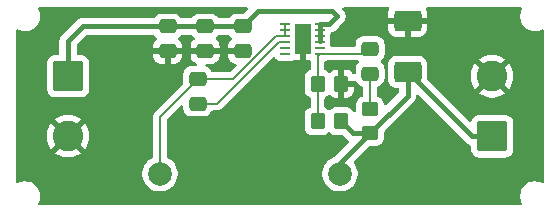
<source format=gbr>
%TF.GenerationSoftware,KiCad,Pcbnew,9.0.4*%
%TF.CreationDate,2025-09-10T23:34:52+05:30*%
%TF.ProjectId,LMR51450,4c4d5235-3134-4353-902e-6b696361645f,rev?*%
%TF.SameCoordinates,Original*%
%TF.FileFunction,Copper,L1,Top*%
%TF.FilePolarity,Positive*%
%FSLAX46Y46*%
G04 Gerber Fmt 4.6, Leading zero omitted, Abs format (unit mm)*
G04 Created by KiCad (PCBNEW 9.0.4) date 2025-09-10 23:34:52*
%MOMM*%
%LPD*%
G01*
G04 APERTURE LIST*
G04 Aperture macros list*
%AMRoundRect*
0 Rectangle with rounded corners*
0 $1 Rounding radius*
0 $2 $3 $4 $5 $6 $7 $8 $9 X,Y pos of 4 corners*
0 Add a 4 corners polygon primitive as box body*
4,1,4,$2,$3,$4,$5,$6,$7,$8,$9,$2,$3,0*
0 Add four circle primitives for the rounded corners*
1,1,$1+$1,$2,$3*
1,1,$1+$1,$4,$5*
1,1,$1+$1,$6,$7*
1,1,$1+$1,$8,$9*
0 Add four rect primitives between the rounded corners*
20,1,$1+$1,$2,$3,$4,$5,0*
20,1,$1+$1,$4,$5,$6,$7,0*
20,1,$1+$1,$6,$7,$8,$9,0*
20,1,$1+$1,$8,$9,$2,$3,0*%
G04 Aperture macros list end*
%TA.AperFunction,SMDPad,CuDef*%
%ADD10RoundRect,0.250000X-0.475000X0.337500X-0.475000X-0.337500X0.475000X-0.337500X0.475000X0.337500X0*%
%TD*%
%TA.AperFunction,SMDPad,CuDef*%
%ADD11RoundRect,0.250000X0.475000X-0.337500X0.475000X0.337500X-0.475000X0.337500X-0.475000X-0.337500X0*%
%TD*%
%TA.AperFunction,ComponentPad*%
%ADD12RoundRect,0.250000X-1.050000X1.050000X-1.050000X-1.050000X1.050000X-1.050000X1.050000X1.050000X0*%
%TD*%
%TA.AperFunction,ComponentPad*%
%ADD13C,2.600000*%
%TD*%
%TA.AperFunction,SMDPad,CuDef*%
%ADD14RoundRect,0.250000X-0.450000X0.350000X-0.450000X-0.350000X0.450000X-0.350000X0.450000X0.350000X0*%
%TD*%
%TA.AperFunction,SMDPad,CuDef*%
%ADD15RoundRect,0.250000X0.350000X0.450000X-0.350000X0.450000X-0.350000X-0.450000X0.350000X-0.450000X0*%
%TD*%
%TA.AperFunction,SMDPad,CuDef*%
%ADD16R,0.812800X0.254000*%
%TD*%
%TA.AperFunction,SMDPad,CuDef*%
%ADD17R,1.397000X2.590800*%
%TD*%
%TA.AperFunction,SMDPad,CuDef*%
%ADD18RoundRect,0.250000X-0.350000X-0.450000X0.350000X-0.450000X0.350000X0.450000X-0.350000X0.450000X0*%
%TD*%
%TA.AperFunction,ComponentPad*%
%ADD19RoundRect,0.250000X1.050000X-1.050000X1.050000X1.050000X-1.050000X1.050000X-1.050000X-1.050000X0*%
%TD*%
%TA.AperFunction,ComponentPad*%
%ADD20C,2.000000*%
%TD*%
%TA.AperFunction,SMDPad,CuDef*%
%ADD21RoundRect,0.250001X-0.899999X0.612499X-0.899999X-0.612499X0.899999X-0.612499X0.899999X0.612499X0*%
%TD*%
%TA.AperFunction,Conductor*%
%ADD22C,0.450000*%
%TD*%
%TA.AperFunction,Conductor*%
%ADD23C,0.150000*%
%TD*%
G04 APERTURE END LIST*
D10*
%TO.P,Cff1,1*%
%TO.N,Net-(U1-FB)*%
X184150000Y-75162500D03*
%TO.P,Cff1,2*%
%TO.N,Net-(Cff1-Pad2)*%
X184150000Y-77237500D03*
%TD*%
D11*
%TO.P,Cboot1,1*%
%TO.N,Net-(U1-BOOT)*%
X169545000Y-79777500D03*
%TO.P,Cboot1,2*%
%TO.N,Net-(Cboot1-Pad2)*%
X169545000Y-77702500D03*
%TD*%
%TO.P,C2,1*%
%TO.N,GND*%
X170180000Y-75332500D03*
%TO.P,C2,2*%
%TO.N,VCC*%
X170180000Y-73257500D03*
%TD*%
D12*
%TO.P,J1,1,Pin_1*%
%TO.N,VCC*%
X158577500Y-77465000D03*
D13*
%TO.P,J1,2,Pin_2*%
%TO.N,GND*%
X158577500Y-82545000D03*
%TD*%
D14*
%TO.P,Rff1,1*%
%TO.N,Net-(Cff1-Pad2)*%
X184150000Y-80280000D03*
%TO.P,Rff1,2*%
%TO.N,/Vout*%
X184150000Y-82280000D03*
%TD*%
D15*
%TO.P,RFDB1,1*%
%TO.N,GND*%
X181705000Y-78105000D03*
%TO.P,RFDB1,2*%
%TO.N,Net-(U1-FB)*%
X179705000Y-78105000D03*
%TD*%
D16*
%TO.P,U1,1,SW*%
%TO.N,Net-(Cboot1-Pad2)*%
X176987200Y-73044685D03*
%TO.P,U1,2,SW*%
X176987200Y-73544811D03*
%TO.P,U1,3,SW*%
X176987200Y-74044937D03*
%TO.P,U1,4,BOOT*%
%TO.N,Net-(U1-BOOT)*%
X176987200Y-74545063D03*
%TO.P,U1,5,PG*%
%TO.N,unconnected-(U1-PG-Pad5)*%
X176987200Y-75045189D03*
%TO.P,U1,6,RT*%
%TO.N,unconnected-(U1-RT-Pad6)*%
X176987200Y-75545315D03*
%TO.P,U1,7,FB*%
%TO.N,Net-(U1-FB)*%
X179882800Y-75545315D03*
%TO.P,U1,8,AGND*%
%TO.N,GND*%
X179882800Y-75045189D03*
%TO.P,U1,9,EN*%
%TO.N,VCC*%
X179882800Y-74545063D03*
%TO.P,U1,10,VIN*%
X179882800Y-74044937D03*
%TO.P,U1,11,VIN*%
X179882800Y-73544811D03*
%TO.P,U1,12,VIN*%
X179882800Y-73044685D03*
D17*
%TO.P,U1,13,PGND*%
%TO.N,GND*%
X178435000Y-74295000D03*
%TD*%
D18*
%TO.P,RFBT1,1*%
%TO.N,Net-(U1-FB)*%
X179705000Y-81280000D03*
%TO.P,RFBT1,2*%
%TO.N,/Vout*%
X181705000Y-81280000D03*
%TD*%
D19*
%TO.P,J2,1,Pin_1*%
%TO.N,/Vout*%
X194482500Y-82555000D03*
D13*
%TO.P,J2,2,Pin_2*%
%TO.N,GND*%
X194482500Y-77475000D03*
%TD*%
D11*
%TO.P,C1,1*%
%TO.N,GND*%
X167005000Y-75332500D03*
%TO.P,C1,2*%
%TO.N,VCC*%
X167005000Y-73257500D03*
%TD*%
D20*
%TO.P,Lout1,1,1*%
%TO.N,Net-(Cboot1-Pad2)*%
X166365000Y-85725000D03*
%TO.P,Lout1,2,2*%
%TO.N,/Vout*%
X181605000Y-85725000D03*
%TD*%
D21*
%TO.P,Cout1,1*%
%TO.N,GND*%
X187325000Y-72767500D03*
%TO.P,Cout1,2*%
%TO.N,/Vout*%
X187325000Y-77092500D03*
%TD*%
D11*
%TO.P,C3,1*%
%TO.N,GND*%
X173355000Y-75332500D03*
%TO.P,C3,2*%
%TO.N,VCC*%
X173355000Y-73257500D03*
%TD*%
D22*
%TO.N,VCC*%
X173355000Y-73257500D02*
X170180000Y-73257500D01*
X173355000Y-73257500D02*
X174679700Y-71932800D01*
X174679700Y-71932800D02*
X180898800Y-71932800D01*
X179882800Y-73544811D02*
X179882800Y-74492189D01*
X181356000Y-72390000D02*
X180701315Y-73044685D01*
X158577500Y-74492900D02*
X159812900Y-73257500D01*
X180701315Y-73044685D02*
X179882800Y-73044685D01*
X179882800Y-73044685D02*
X179882800Y-73544811D01*
X180898800Y-71932800D02*
X181356000Y-72390000D01*
X158577500Y-77465000D02*
X158577500Y-74492900D01*
X170180000Y-73257500D02*
X167005000Y-73257500D01*
X159812900Y-73257500D02*
X167005000Y-73257500D01*
D23*
%TO.N,Net-(U1-BOOT)*%
X171169489Y-79777500D02*
X176401926Y-74545063D01*
X169545000Y-79777500D02*
X171169489Y-79777500D01*
X176401926Y-74545063D02*
X176987200Y-74545063D01*
%TO.N,Net-(Cboot1-Pad2)*%
X172548304Y-77702500D02*
X176205867Y-74044937D01*
X176987200Y-73544811D02*
X176987200Y-73044685D01*
X166365000Y-80882500D02*
X169545000Y-77702500D01*
X176205867Y-74044937D02*
X176987200Y-74044937D01*
X166365000Y-85725000D02*
X166365000Y-80882500D01*
X176987200Y-74044937D02*
X176987200Y-73544811D01*
X169545000Y-77702500D02*
X172548304Y-77702500D01*
%TO.N,Net-(U1-FB)*%
X179705000Y-81280000D02*
X179705000Y-78105000D01*
X183767185Y-75545315D02*
X179882800Y-75545315D01*
X184150000Y-75162500D02*
X183767185Y-75545315D01*
X179705000Y-75723115D02*
X179882800Y-75545315D01*
X179705000Y-78105000D02*
X179705000Y-75723115D01*
%TO.N,Net-(Cff1-Pad2)*%
X184150000Y-77237500D02*
X184150000Y-80280000D01*
D22*
%TO.N,/Vout*%
X182705000Y-82280000D02*
X181705000Y-81280000D01*
X181605000Y-84825000D02*
X184150000Y-82280000D01*
X181605000Y-85725000D02*
X181605000Y-84825000D01*
X184150000Y-82280000D02*
X187325000Y-79105000D01*
X187325000Y-79105000D02*
X187325000Y-77092500D01*
X184150000Y-82280000D02*
X182705000Y-82280000D01*
X194482500Y-82555000D02*
X192787500Y-82555000D01*
X192787500Y-82555000D02*
X187325000Y-77092500D01*
%TD*%
%TA.AperFunction,Conductor*%
%TO.N,GND*%
G36*
X173726165Y-71647685D02*
G01*
X173771920Y-71700489D01*
X173781864Y-71769647D01*
X173752839Y-71833203D01*
X173746807Y-71839681D01*
X173453306Y-72133181D01*
X173391983Y-72166666D01*
X173365625Y-72169500D01*
X172829998Y-72169500D01*
X172829980Y-72169501D01*
X172727203Y-72180000D01*
X172727200Y-72180001D01*
X172560668Y-72235185D01*
X172560663Y-72235187D01*
X172411342Y-72327289D01*
X172287288Y-72451343D01*
X172287285Y-72451347D01*
X172273870Y-72473097D01*
X172221922Y-72519822D01*
X172168332Y-72532000D01*
X171366668Y-72532000D01*
X171299629Y-72512315D01*
X171261130Y-72473097D01*
X171247714Y-72451347D01*
X171247711Y-72451343D01*
X171123657Y-72327289D01*
X171123656Y-72327288D01*
X171020034Y-72263374D01*
X170974336Y-72235187D01*
X170974331Y-72235185D01*
X170972862Y-72234698D01*
X170807797Y-72180001D01*
X170807795Y-72180000D01*
X170705010Y-72169500D01*
X169654998Y-72169500D01*
X169654980Y-72169501D01*
X169552203Y-72180000D01*
X169552200Y-72180001D01*
X169385668Y-72235185D01*
X169385663Y-72235187D01*
X169236342Y-72327289D01*
X169112288Y-72451343D01*
X169112285Y-72451347D01*
X169098870Y-72473097D01*
X169046922Y-72519822D01*
X168993332Y-72532000D01*
X168191668Y-72532000D01*
X168124629Y-72512315D01*
X168086130Y-72473097D01*
X168072714Y-72451347D01*
X168072711Y-72451343D01*
X167948657Y-72327289D01*
X167948656Y-72327288D01*
X167845034Y-72263374D01*
X167799336Y-72235187D01*
X167799331Y-72235185D01*
X167797862Y-72234698D01*
X167632797Y-72180001D01*
X167632795Y-72180000D01*
X167530010Y-72169500D01*
X166479998Y-72169500D01*
X166479980Y-72169501D01*
X166377203Y-72180000D01*
X166377200Y-72180001D01*
X166210668Y-72235185D01*
X166210663Y-72235187D01*
X166061342Y-72327289D01*
X165937288Y-72451343D01*
X165937285Y-72451347D01*
X165923870Y-72473097D01*
X165871922Y-72519822D01*
X165818332Y-72532000D01*
X159741443Y-72532000D01*
X159601285Y-72559879D01*
X159601279Y-72559881D01*
X159469248Y-72614570D01*
X159350417Y-72693969D01*
X158013967Y-74030419D01*
X157953904Y-74120312D01*
X157934571Y-74149245D01*
X157879881Y-74281279D01*
X157879879Y-74281285D01*
X157852000Y-74421442D01*
X157852000Y-75540500D01*
X157832315Y-75607539D01*
X157779511Y-75653294D01*
X157728000Y-75664500D01*
X157477499Y-75664500D01*
X157477480Y-75664501D01*
X157374703Y-75675000D01*
X157374700Y-75675001D01*
X157208168Y-75730185D01*
X157208163Y-75730187D01*
X157058842Y-75822289D01*
X156934789Y-75946342D01*
X156842687Y-76095663D01*
X156842685Y-76095668D01*
X156827829Y-76140500D01*
X156787501Y-76262203D01*
X156787501Y-76262204D01*
X156787500Y-76262204D01*
X156777000Y-76364983D01*
X156777000Y-78565001D01*
X156777001Y-78565018D01*
X156787500Y-78667796D01*
X156787501Y-78667799D01*
X156842685Y-78834331D01*
X156842687Y-78834336D01*
X156867356Y-78874331D01*
X156934788Y-78983656D01*
X157058844Y-79107712D01*
X157208166Y-79199814D01*
X157374703Y-79254999D01*
X157477491Y-79265500D01*
X159677508Y-79265499D01*
X159780297Y-79254999D01*
X159946834Y-79199814D01*
X160096156Y-79107712D01*
X160220212Y-78983656D01*
X160312314Y-78834334D01*
X160367499Y-78667797D01*
X160378000Y-78565009D01*
X160377999Y-76364992D01*
X160372104Y-76307288D01*
X160367499Y-76262203D01*
X160367498Y-76262200D01*
X160351919Y-76215186D01*
X160312314Y-76095666D01*
X160220212Y-75946344D01*
X160096156Y-75822288D01*
X159946834Y-75730186D01*
X159916052Y-75719986D01*
X165780001Y-75719986D01*
X165790494Y-75822697D01*
X165845641Y-75989119D01*
X165845643Y-75989124D01*
X165937684Y-76138345D01*
X166061654Y-76262315D01*
X166210875Y-76354356D01*
X166210880Y-76354358D01*
X166377302Y-76409505D01*
X166377309Y-76409506D01*
X166480019Y-76419999D01*
X166754999Y-76419999D01*
X167255000Y-76419999D01*
X167529972Y-76419999D01*
X167529986Y-76419998D01*
X167632697Y-76409505D01*
X167799119Y-76354358D01*
X167799124Y-76354356D01*
X167948345Y-76262315D01*
X168072315Y-76138345D01*
X168164356Y-75989124D01*
X168164358Y-75989119D01*
X168219505Y-75822697D01*
X168219506Y-75822690D01*
X168229999Y-75719986D01*
X168230000Y-75719973D01*
X168230000Y-75582500D01*
X167255000Y-75582500D01*
X167255000Y-76419999D01*
X166754999Y-76419999D01*
X166755000Y-76419998D01*
X166755000Y-75582500D01*
X165780001Y-75582500D01*
X165780001Y-75719986D01*
X159916052Y-75719986D01*
X159780297Y-75675001D01*
X159780295Y-75675000D01*
X159677516Y-75664500D01*
X159677509Y-75664500D01*
X159427000Y-75664500D01*
X159418314Y-75661949D01*
X159409353Y-75663238D01*
X159385312Y-75652259D01*
X159359961Y-75644815D01*
X159354033Y-75637974D01*
X159345797Y-75634213D01*
X159331507Y-75611978D01*
X159314206Y-75592011D01*
X159311918Y-75581496D01*
X159308023Y-75575435D01*
X159303000Y-75540500D01*
X159303000Y-74844774D01*
X159322685Y-74777735D01*
X159339319Y-74757093D01*
X160077093Y-74019319D01*
X160138416Y-73985834D01*
X160164774Y-73983000D01*
X165818332Y-73983000D01*
X165885371Y-74002685D01*
X165923870Y-74041903D01*
X165937285Y-74063652D01*
X165937288Y-74063656D01*
X166061344Y-74187712D01*
X166064628Y-74189737D01*
X166064653Y-74189753D01*
X166066445Y-74191746D01*
X166067011Y-74192193D01*
X166066934Y-74192289D01*
X166111379Y-74241699D01*
X166122603Y-74310661D01*
X166094761Y-74374744D01*
X166064665Y-74400826D01*
X166061660Y-74402679D01*
X166061655Y-74402683D01*
X165937684Y-74526654D01*
X165845643Y-74675875D01*
X165845641Y-74675880D01*
X165790494Y-74842302D01*
X165790493Y-74842309D01*
X165780000Y-74945013D01*
X165780000Y-75082500D01*
X168229999Y-75082500D01*
X168229999Y-74945028D01*
X168229998Y-74945013D01*
X168219505Y-74842302D01*
X168164358Y-74675880D01*
X168164356Y-74675875D01*
X168072315Y-74526654D01*
X167948344Y-74402683D01*
X167948341Y-74402681D01*
X167945339Y-74400829D01*
X167943713Y-74399021D01*
X167942677Y-74398202D01*
X167942817Y-74398024D01*
X167898617Y-74348880D01*
X167887397Y-74279917D01*
X167915243Y-74215836D01*
X167945344Y-74189754D01*
X167948656Y-74187712D01*
X168072712Y-74063656D01*
X168078337Y-74054534D01*
X168086130Y-74041903D01*
X168138078Y-73995178D01*
X168191668Y-73983000D01*
X168993332Y-73983000D01*
X169060371Y-74002685D01*
X169098870Y-74041903D01*
X169112285Y-74063652D01*
X169112288Y-74063656D01*
X169236344Y-74187712D01*
X169239628Y-74189737D01*
X169239653Y-74189753D01*
X169241445Y-74191746D01*
X169242011Y-74192193D01*
X169241934Y-74192289D01*
X169286379Y-74241699D01*
X169297603Y-74310661D01*
X169269761Y-74374744D01*
X169239665Y-74400826D01*
X169236660Y-74402679D01*
X169236655Y-74402683D01*
X169112684Y-74526654D01*
X169020643Y-74675875D01*
X169020641Y-74675880D01*
X168965494Y-74842302D01*
X168965493Y-74842309D01*
X168955000Y-74945013D01*
X168955000Y-75082500D01*
X171404999Y-75082500D01*
X171404999Y-74945028D01*
X171404998Y-74945013D01*
X171394505Y-74842302D01*
X171339358Y-74675880D01*
X171339356Y-74675875D01*
X171247315Y-74526654D01*
X171123344Y-74402683D01*
X171123341Y-74402681D01*
X171120339Y-74400829D01*
X171118713Y-74399021D01*
X171117677Y-74398202D01*
X171117817Y-74398024D01*
X171073617Y-74348880D01*
X171062397Y-74279917D01*
X171090243Y-74215836D01*
X171120344Y-74189754D01*
X171123656Y-74187712D01*
X171247712Y-74063656D01*
X171253337Y-74054534D01*
X171261130Y-74041903D01*
X171313078Y-73995178D01*
X171366668Y-73983000D01*
X172168332Y-73983000D01*
X172235371Y-74002685D01*
X172273870Y-74041903D01*
X172287285Y-74063652D01*
X172287288Y-74063656D01*
X172411344Y-74187712D01*
X172414628Y-74189737D01*
X172414653Y-74189753D01*
X172416445Y-74191746D01*
X172417011Y-74192193D01*
X172416934Y-74192289D01*
X172461379Y-74241699D01*
X172472603Y-74310661D01*
X172444761Y-74374744D01*
X172414665Y-74400826D01*
X172411660Y-74402679D01*
X172411655Y-74402683D01*
X172287684Y-74526654D01*
X172195643Y-74675875D01*
X172195641Y-74675880D01*
X172140494Y-74842302D01*
X172140493Y-74842309D01*
X172130000Y-74945013D01*
X172130000Y-75082500D01*
X173231000Y-75082500D01*
X173298039Y-75102185D01*
X173343794Y-75154989D01*
X173355000Y-75206500D01*
X173355000Y-75458500D01*
X173335315Y-75525539D01*
X173282511Y-75571294D01*
X173231000Y-75582500D01*
X172130001Y-75582500D01*
X172130001Y-75719986D01*
X172140494Y-75822697D01*
X172195641Y-75989119D01*
X172195643Y-75989124D01*
X172287684Y-76138345D01*
X172411654Y-76262315D01*
X172560875Y-76354356D01*
X172560880Y-76354358D01*
X172727302Y-76409505D01*
X172727310Y-76409506D01*
X172740000Y-76410803D01*
X172804692Y-76437198D01*
X172844844Y-76494378D01*
X172847708Y-76564189D01*
X172815080Y-76621842D01*
X172346243Y-77090681D01*
X172284920Y-77124166D01*
X172258562Y-77127000D01*
X170821307Y-77127000D01*
X170754268Y-77107315D01*
X170708513Y-77054511D01*
X170706238Y-77048718D01*
X170704817Y-77045671D01*
X170704812Y-77045663D01*
X170612712Y-76896344D01*
X170488656Y-76772288D01*
X170339334Y-76680186D01*
X170283559Y-76661704D01*
X170226116Y-76621932D01*
X170199293Y-76557416D01*
X170211608Y-76488641D01*
X170259151Y-76437441D01*
X170322565Y-76419999D01*
X170704971Y-76419999D01*
X170704987Y-76419998D01*
X170807697Y-76409505D01*
X170974119Y-76354358D01*
X170974124Y-76354356D01*
X171123345Y-76262315D01*
X171247315Y-76138345D01*
X171339356Y-75989124D01*
X171339358Y-75989119D01*
X171394505Y-75822697D01*
X171394506Y-75822690D01*
X171404999Y-75719986D01*
X171405000Y-75719973D01*
X171405000Y-75582500D01*
X168955001Y-75582500D01*
X168955001Y-75719986D01*
X168965494Y-75822697D01*
X169020641Y-75989119D01*
X169020643Y-75989124D01*
X169112684Y-76138345D01*
X169236654Y-76262315D01*
X169385875Y-76354356D01*
X169385882Y-76354359D01*
X169441516Y-76372794D01*
X169498961Y-76412566D01*
X169525785Y-76477082D01*
X169513470Y-76545857D01*
X169465928Y-76597058D01*
X169402513Y-76614500D01*
X169019998Y-76614500D01*
X169019980Y-76614501D01*
X168917203Y-76625000D01*
X168917200Y-76625001D01*
X168750668Y-76680185D01*
X168750663Y-76680187D01*
X168601342Y-76772289D01*
X168477289Y-76896342D01*
X168385187Y-77045663D01*
X168385185Y-77045668D01*
X168360075Y-77121446D01*
X168330001Y-77212203D01*
X168330001Y-77212204D01*
X168330000Y-77212204D01*
X168319500Y-77314983D01*
X168319500Y-78062756D01*
X168299815Y-78129795D01*
X168283181Y-78150437D01*
X166011635Y-80421985D01*
X165904487Y-80529132D01*
X165904485Y-80529135D01*
X165828719Y-80660363D01*
X165789500Y-80806734D01*
X165789500Y-84258193D01*
X165769815Y-84325232D01*
X165721795Y-84368678D01*
X165578566Y-84441657D01*
X165469550Y-84520862D01*
X165387490Y-84580483D01*
X165387488Y-84580485D01*
X165387487Y-84580485D01*
X165220485Y-84747487D01*
X165220485Y-84747488D01*
X165220483Y-84747490D01*
X165160862Y-84829550D01*
X165081657Y-84938566D01*
X164974433Y-85149003D01*
X164901446Y-85373631D01*
X164864500Y-85606902D01*
X164864500Y-85843097D01*
X164901446Y-86076368D01*
X164974433Y-86300996D01*
X165055448Y-86459995D01*
X165081657Y-86511433D01*
X165220483Y-86702510D01*
X165387490Y-86869517D01*
X165578567Y-87008343D01*
X165677991Y-87059002D01*
X165789003Y-87115566D01*
X165789005Y-87115566D01*
X165789008Y-87115568D01*
X165880720Y-87145367D01*
X166013631Y-87188553D01*
X166246903Y-87225500D01*
X166246908Y-87225500D01*
X166483097Y-87225500D01*
X166716368Y-87188553D01*
X166940992Y-87115568D01*
X167151433Y-87008343D01*
X167342510Y-86869517D01*
X167509517Y-86702510D01*
X167648343Y-86511433D01*
X167755568Y-86300992D01*
X167828553Y-86076368D01*
X167865500Y-85843097D01*
X167865500Y-85606902D01*
X167828553Y-85373631D01*
X167755566Y-85149003D01*
X167648342Y-84938566D01*
X167509517Y-84747490D01*
X167342510Y-84580483D01*
X167151433Y-84441657D01*
X167008205Y-84368678D01*
X166957409Y-84320703D01*
X166940500Y-84258193D01*
X166940500Y-81172241D01*
X166960185Y-81105202D01*
X166976814Y-81084565D01*
X168107821Y-79953557D01*
X168169142Y-79920074D01*
X168238834Y-79925058D01*
X168294767Y-79966930D01*
X168319184Y-80032394D01*
X168319500Y-80041239D01*
X168319500Y-80165000D01*
X168319501Y-80165019D01*
X168330000Y-80267796D01*
X168330001Y-80267799D01*
X168385185Y-80434331D01*
X168385187Y-80434336D01*
X168412415Y-80478479D01*
X168477288Y-80583656D01*
X168601344Y-80707712D01*
X168750666Y-80799814D01*
X168917203Y-80854999D01*
X169019991Y-80865500D01*
X170070008Y-80865499D01*
X170070016Y-80865498D01*
X170070019Y-80865498D01*
X170126302Y-80859748D01*
X170172797Y-80854999D01*
X170339334Y-80799814D01*
X170488656Y-80707712D01*
X170612712Y-80583656D01*
X170704814Y-80434334D01*
X170704814Y-80434331D01*
X170704817Y-80434328D01*
X170707869Y-80427784D01*
X170709987Y-80428771D01*
X170743372Y-80380552D01*
X170807887Y-80353728D01*
X170821307Y-80353000D01*
X171245253Y-80353000D01*
X171245255Y-80353000D01*
X171391624Y-80313781D01*
X171522854Y-80238015D01*
X175921578Y-75839289D01*
X175982899Y-75805806D01*
X176052591Y-75810790D01*
X176108524Y-75852662D01*
X176125439Y-75883640D01*
X176137001Y-75914641D01*
X176137006Y-75914650D01*
X176223252Y-76029859D01*
X176223255Y-76029862D01*
X176338464Y-76116108D01*
X176338471Y-76116112D01*
X176473317Y-76166406D01*
X176473316Y-76166406D01*
X176480244Y-76167150D01*
X176532927Y-76172815D01*
X177441472Y-76172814D01*
X177501083Y-76166406D01*
X177635931Y-76116111D01*
X177636771Y-76115482D01*
X177637238Y-76115133D01*
X177638764Y-76114563D01*
X177643722Y-76111857D01*
X177644111Y-76112569D01*
X177702702Y-76090716D01*
X177711549Y-76090400D01*
X178185000Y-76090400D01*
X178185000Y-74419000D01*
X178204685Y-74351961D01*
X178257489Y-74306206D01*
X178309000Y-74295000D01*
X178561000Y-74295000D01*
X178628039Y-74314685D01*
X178673794Y-74367489D01*
X178685000Y-74419000D01*
X178685000Y-76090400D01*
X179005500Y-76090400D01*
X179072539Y-76110085D01*
X179118294Y-76162889D01*
X179129500Y-76214400D01*
X179129500Y-76849551D01*
X179109815Y-76916590D01*
X179057011Y-76962345D01*
X179044507Y-76967256D01*
X179035667Y-76970185D01*
X178886342Y-77062289D01*
X178762289Y-77186342D01*
X178670187Y-77335663D01*
X178670186Y-77335666D01*
X178615001Y-77502203D01*
X178615001Y-77502204D01*
X178615000Y-77502204D01*
X178604500Y-77604983D01*
X178604500Y-78605001D01*
X178604501Y-78605019D01*
X178615000Y-78707796D01*
X178615001Y-78707799D01*
X178670185Y-78874331D01*
X178670187Y-78874336D01*
X178705069Y-78930888D01*
X178762288Y-79023656D01*
X178886344Y-79147712D01*
X179035666Y-79239814D01*
X179044498Y-79242740D01*
X179101944Y-79282508D01*
X179128771Y-79347022D01*
X179129500Y-79360448D01*
X179129500Y-80024551D01*
X179109815Y-80091590D01*
X179057011Y-80137345D01*
X179044507Y-80142256D01*
X179035667Y-80145185D01*
X178886342Y-80237289D01*
X178762289Y-80361342D01*
X178670187Y-80510663D01*
X178670186Y-80510666D01*
X178615001Y-80677203D01*
X178615001Y-80677204D01*
X178615000Y-80677204D01*
X178604500Y-80779983D01*
X178604500Y-81780001D01*
X178604501Y-81780019D01*
X178615000Y-81882796D01*
X178615001Y-81882799D01*
X178667130Y-82040112D01*
X178670186Y-82049334D01*
X178762288Y-82198656D01*
X178886344Y-82322712D01*
X179035666Y-82414814D01*
X179202203Y-82469999D01*
X179304991Y-82480500D01*
X180105008Y-82480499D01*
X180105016Y-82480498D01*
X180105019Y-82480498D01*
X180161302Y-82474748D01*
X180207797Y-82469999D01*
X180374334Y-82414814D01*
X180523656Y-82322712D01*
X180617319Y-82229049D01*
X180678642Y-82195564D01*
X180748334Y-82200548D01*
X180792681Y-82229049D01*
X180886344Y-82322712D01*
X181035666Y-82414814D01*
X181202203Y-82469999D01*
X181304991Y-82480500D01*
X181828124Y-82480499D01*
X181895163Y-82500183D01*
X181915805Y-82516818D01*
X182242516Y-82843529D01*
X182242519Y-82843531D01*
X182242521Y-82843533D01*
X182307478Y-82886935D01*
X182352283Y-82940546D01*
X182360990Y-83009871D01*
X182330836Y-83072899D01*
X182326268Y-83077718D01*
X181110121Y-84293865D01*
X181060760Y-84324114D01*
X181029015Y-84334429D01*
X181029014Y-84334429D01*
X180818566Y-84441657D01*
X180709550Y-84520862D01*
X180627490Y-84580483D01*
X180627488Y-84580485D01*
X180627487Y-84580485D01*
X180460485Y-84747487D01*
X180460485Y-84747488D01*
X180460483Y-84747490D01*
X180400862Y-84829550D01*
X180321657Y-84938566D01*
X180214433Y-85149003D01*
X180141446Y-85373631D01*
X180104500Y-85606902D01*
X180104500Y-85843097D01*
X180141446Y-86076368D01*
X180214433Y-86300996D01*
X180295448Y-86459995D01*
X180321657Y-86511433D01*
X180460483Y-86702510D01*
X180627490Y-86869517D01*
X180818567Y-87008343D01*
X180917991Y-87059002D01*
X181029003Y-87115566D01*
X181029005Y-87115566D01*
X181029008Y-87115568D01*
X181120720Y-87145367D01*
X181253631Y-87188553D01*
X181486903Y-87225500D01*
X181486908Y-87225500D01*
X181723097Y-87225500D01*
X181956368Y-87188553D01*
X182180992Y-87115568D01*
X182391433Y-87008343D01*
X182582510Y-86869517D01*
X182749517Y-86702510D01*
X182888343Y-86511433D01*
X182995568Y-86300992D01*
X183068553Y-86076368D01*
X183105500Y-85843097D01*
X183105500Y-85606902D01*
X183068553Y-85373631D01*
X182995566Y-85149003D01*
X182888342Y-84938566D01*
X182794514Y-84809423D01*
X182771035Y-84743619D01*
X182786860Y-84675565D01*
X182807148Y-84648862D01*
X184039193Y-83416818D01*
X184100516Y-83383333D01*
X184126874Y-83380499D01*
X184650002Y-83380499D01*
X184650008Y-83380499D01*
X184752797Y-83369999D01*
X184919334Y-83314814D01*
X185068656Y-83222712D01*
X185192712Y-83098656D01*
X185284814Y-82949334D01*
X185339999Y-82782797D01*
X185350500Y-82680009D01*
X185350499Y-82156872D01*
X185370183Y-82089834D01*
X185386813Y-82069197D01*
X187888532Y-79567480D01*
X187967929Y-79448653D01*
X188022619Y-79316620D01*
X188028470Y-79287203D01*
X188050500Y-79176455D01*
X188050500Y-79134415D01*
X188051789Y-79125544D01*
X188062765Y-79101603D01*
X188070185Y-79076335D01*
X188077095Y-79070346D01*
X188080908Y-79062032D01*
X188103087Y-79047824D01*
X188122989Y-79030580D01*
X188132041Y-79029278D01*
X188139743Y-79024345D01*
X188166079Y-79024384D01*
X188192147Y-79020636D01*
X188200466Y-79024435D01*
X188209612Y-79024449D01*
X188231745Y-79038720D01*
X188255703Y-79049661D01*
X188262181Y-79055693D01*
X192325015Y-83118528D01*
X192325022Y-83118534D01*
X192443844Y-83197928D01*
X192482516Y-83213946D01*
X192575880Y-83252619D01*
X192582185Y-83253873D01*
X192644096Y-83286253D01*
X192678675Y-83346966D01*
X192682000Y-83375491D01*
X192682000Y-83655000D01*
X192682001Y-83655019D01*
X192692500Y-83757796D01*
X192692501Y-83757799D01*
X192747685Y-83924331D01*
X192747686Y-83924334D01*
X192839788Y-84073656D01*
X192963844Y-84197712D01*
X193113166Y-84289814D01*
X193279703Y-84344999D01*
X193382491Y-84355500D01*
X195582508Y-84355499D01*
X195685297Y-84344999D01*
X195851834Y-84289814D01*
X196001156Y-84197712D01*
X196125212Y-84073656D01*
X196217314Y-83924334D01*
X196272499Y-83757797D01*
X196283000Y-83655009D01*
X196282999Y-81454992D01*
X196272499Y-81352203D01*
X196217314Y-81185666D01*
X196125212Y-81036344D01*
X196001156Y-80912288D01*
X195851834Y-80820186D01*
X195685297Y-80765001D01*
X195685295Y-80765000D01*
X195582510Y-80754500D01*
X193382498Y-80754500D01*
X193382481Y-80754501D01*
X193279703Y-80765000D01*
X193279700Y-80765001D01*
X193113168Y-80820185D01*
X193113163Y-80820187D01*
X192963842Y-80912289D01*
X192839789Y-81036342D01*
X192747687Y-81185663D01*
X192747685Y-81185668D01*
X192735380Y-81222804D01*
X192695607Y-81280249D01*
X192631091Y-81307072D01*
X192562315Y-81294757D01*
X192529993Y-81271481D01*
X189011819Y-77753307D01*
X188978334Y-77691984D01*
X188975500Y-77665626D01*
X188975500Y-77357014D01*
X192682500Y-77357014D01*
X192682500Y-77592985D01*
X192713299Y-77826914D01*
X192774370Y-78054837D01*
X192864660Y-78272819D01*
X192864665Y-78272828D01*
X192982644Y-78477171D01*
X192982645Y-78477172D01*
X193045221Y-78558723D01*
X193881458Y-77722487D01*
X193906478Y-77782890D01*
X193977612Y-77889351D01*
X194068149Y-77979888D01*
X194174610Y-78051022D01*
X194235011Y-78076041D01*
X193398775Y-78912277D01*
X193480327Y-78974854D01*
X193480328Y-78974855D01*
X193684671Y-79092834D01*
X193684680Y-79092839D01*
X193902663Y-79183129D01*
X193902661Y-79183129D01*
X194130585Y-79244200D01*
X194364514Y-79274999D01*
X194364529Y-79275000D01*
X194600471Y-79275000D01*
X194600485Y-79274999D01*
X194834414Y-79244200D01*
X195062337Y-79183129D01*
X195280319Y-79092839D01*
X195280328Y-79092834D01*
X195484681Y-78974850D01*
X195566223Y-78912279D01*
X195566223Y-78912276D01*
X194729987Y-78076041D01*
X194790390Y-78051022D01*
X194896851Y-77979888D01*
X194987388Y-77889351D01*
X195058522Y-77782890D01*
X195083541Y-77722488D01*
X195919776Y-78558723D01*
X195919779Y-78558723D01*
X195982350Y-78477181D01*
X196100334Y-78272828D01*
X196100339Y-78272819D01*
X196190629Y-78054837D01*
X196251700Y-77826914D01*
X196282499Y-77592985D01*
X196282500Y-77592971D01*
X196282500Y-77357028D01*
X196282499Y-77357014D01*
X196251700Y-77123085D01*
X196190629Y-76895162D01*
X196100339Y-76677180D01*
X196100334Y-76677171D01*
X195982355Y-76472828D01*
X195982354Y-76472827D01*
X195919777Y-76391275D01*
X195083541Y-77227511D01*
X195058522Y-77167110D01*
X194987388Y-77060649D01*
X194896851Y-76970112D01*
X194790390Y-76898978D01*
X194729988Y-76873958D01*
X195566223Y-76037721D01*
X195484672Y-75975145D01*
X195484671Y-75975144D01*
X195280328Y-75857165D01*
X195280319Y-75857160D01*
X195062336Y-75766870D01*
X195062338Y-75766870D01*
X194834414Y-75705799D01*
X194600485Y-75675000D01*
X194364514Y-75675000D01*
X194130585Y-75705799D01*
X193902662Y-75766870D01*
X193684680Y-75857160D01*
X193684671Y-75857165D01*
X193480328Y-75975144D01*
X193480318Y-75975150D01*
X193398775Y-76037720D01*
X193398775Y-76037721D01*
X194235012Y-76873958D01*
X194174610Y-76898978D01*
X194068149Y-76970112D01*
X193977612Y-77060649D01*
X193906478Y-77167110D01*
X193881458Y-77227511D01*
X193045221Y-76391275D01*
X193045220Y-76391275D01*
X192982650Y-76472818D01*
X192982644Y-76472828D01*
X192864665Y-76677171D01*
X192864660Y-76677180D01*
X192774370Y-76895162D01*
X192713299Y-77123085D01*
X192682500Y-77357014D01*
X188975500Y-77357014D01*
X188975500Y-76429997D01*
X188975499Y-76429984D01*
X188973539Y-76410803D01*
X188964999Y-76327203D01*
X188909814Y-76160666D01*
X188833980Y-76037721D01*
X188817713Y-76011348D01*
X188817710Y-76011344D01*
X188693655Y-75887289D01*
X188693651Y-75887286D01*
X188544337Y-75795187D01*
X188544335Y-75795186D01*
X188458882Y-75766870D01*
X188377797Y-75740001D01*
X188377795Y-75740000D01*
X188275015Y-75729500D01*
X188275008Y-75729500D01*
X186374992Y-75729500D01*
X186374984Y-75729500D01*
X186272204Y-75740000D01*
X186272203Y-75740001D01*
X186105664Y-75795186D01*
X186105662Y-75795187D01*
X185956348Y-75887286D01*
X185956344Y-75887289D01*
X185832289Y-76011344D01*
X185832286Y-76011348D01*
X185740187Y-76160662D01*
X185740186Y-76160664D01*
X185685001Y-76327203D01*
X185685000Y-76327204D01*
X185674500Y-76429984D01*
X185674500Y-77755015D01*
X185685000Y-77857795D01*
X185685001Y-77857797D01*
X185695457Y-77889351D01*
X185740186Y-78024335D01*
X185740187Y-78024337D01*
X185832286Y-78173651D01*
X185832289Y-78173655D01*
X185956344Y-78297710D01*
X185956348Y-78297713D01*
X186105662Y-78389812D01*
X186105664Y-78389813D01*
X186105666Y-78389814D01*
X186272203Y-78444999D01*
X186374992Y-78455500D01*
X186475500Y-78455500D01*
X186484185Y-78458050D01*
X186493147Y-78456762D01*
X186517187Y-78467740D01*
X186542539Y-78475185D01*
X186548466Y-78482025D01*
X186556703Y-78485787D01*
X186570992Y-78508021D01*
X186588294Y-78527989D01*
X186590581Y-78538503D01*
X186594477Y-78544565D01*
X186599500Y-78579500D01*
X186599500Y-78753125D01*
X186579815Y-78820164D01*
X186563181Y-78840806D01*
X185551099Y-79852887D01*
X185489776Y-79886372D01*
X185420084Y-79881388D01*
X185364151Y-79839516D01*
X185342333Y-79783622D01*
X185341415Y-79783819D01*
X185340207Y-79778175D01*
X185340059Y-79777797D01*
X185339999Y-79777203D01*
X185284814Y-79610666D01*
X185192712Y-79461344D01*
X185068656Y-79337288D01*
X184975888Y-79280069D01*
X184919336Y-79245187D01*
X184919335Y-79245186D01*
X184919334Y-79245186D01*
X184858301Y-79224961D01*
X184810495Y-79209120D01*
X184753050Y-79169347D01*
X184726228Y-79104831D01*
X184725500Y-79091414D01*
X184725500Y-78421869D01*
X184745185Y-78354830D01*
X184797989Y-78309075D01*
X184810486Y-78304166D01*
X184944334Y-78259814D01*
X185093656Y-78167712D01*
X185217712Y-78043656D01*
X185309814Y-77894334D01*
X185364999Y-77727797D01*
X185375500Y-77625009D01*
X185375499Y-76849992D01*
X185367561Y-76772288D01*
X185364999Y-76747203D01*
X185364998Y-76747200D01*
X185342792Y-76680187D01*
X185309814Y-76580666D01*
X185217712Y-76431344D01*
X185093656Y-76307288D01*
X185090819Y-76305538D01*
X185089283Y-76303830D01*
X185087989Y-76302807D01*
X185088163Y-76302585D01*
X185044096Y-76253594D01*
X185032872Y-76184632D01*
X185060713Y-76120549D01*
X185090817Y-76094462D01*
X185093656Y-76092712D01*
X185217712Y-75968656D01*
X185309814Y-75819334D01*
X185364999Y-75652797D01*
X185375500Y-75550009D01*
X185375499Y-74774992D01*
X185364999Y-74672203D01*
X185309814Y-74505666D01*
X185217712Y-74356344D01*
X185093656Y-74232288D01*
X185000888Y-74175069D01*
X184944336Y-74140187D01*
X184944331Y-74140185D01*
X184942862Y-74139698D01*
X184777797Y-74085001D01*
X184777795Y-74085000D01*
X184675010Y-74074500D01*
X183624998Y-74074500D01*
X183624980Y-74074501D01*
X183522203Y-74085000D01*
X183522200Y-74085001D01*
X183355668Y-74140185D01*
X183355663Y-74140187D01*
X183206342Y-74232289D01*
X183082289Y-74356342D01*
X182990187Y-74505663D01*
X182990186Y-74505666D01*
X182935001Y-74672203D01*
X182935001Y-74672204D01*
X182935000Y-74672204D01*
X182924500Y-74774983D01*
X182924500Y-74845815D01*
X182904815Y-74912854D01*
X182852011Y-74958609D01*
X182800500Y-74969815D01*
X180911276Y-74969815D01*
X180909074Y-74969168D01*
X180906852Y-74969736D01*
X180875712Y-74959372D01*
X180844237Y-74950130D01*
X180842735Y-74948396D01*
X180840557Y-74947672D01*
X180819960Y-74922113D01*
X180798482Y-74897326D01*
X180797706Y-74894497D01*
X180796716Y-74893269D01*
X180787987Y-74859071D01*
X180782789Y-74810728D01*
X180782788Y-74784217D01*
X180783289Y-74779549D01*
X180783291Y-74779546D01*
X180789700Y-74719936D01*
X180789699Y-74370191D01*
X180783291Y-74310580D01*
X180783290Y-74310577D01*
X180783040Y-74308250D01*
X180783041Y-74281740D01*
X180783290Y-74279422D01*
X180783291Y-74279420D01*
X180789700Y-74219810D01*
X180789699Y-73870065D01*
X180789699Y-73870064D01*
X180789699Y-73868581D01*
X180809383Y-73801542D01*
X180862187Y-73755787D01*
X180889503Y-73746964D01*
X180912935Y-73742304D01*
X181044968Y-73687614D01*
X181108731Y-73645009D01*
X181163795Y-73608217D01*
X181342027Y-73429985D01*
X185675000Y-73429985D01*
X185685493Y-73532689D01*
X185685494Y-73532696D01*
X185740641Y-73699118D01*
X185740643Y-73699123D01*
X185832684Y-73848344D01*
X185956655Y-73972315D01*
X186105876Y-74064356D01*
X186105881Y-74064358D01*
X186272303Y-74119505D01*
X186272310Y-74119506D01*
X186375014Y-74129999D01*
X186375027Y-74130000D01*
X187075000Y-74130000D01*
X187575000Y-74130000D01*
X188274973Y-74130000D01*
X188274985Y-74129999D01*
X188377689Y-74119506D01*
X188377696Y-74119505D01*
X188544118Y-74064358D01*
X188544123Y-74064356D01*
X188693344Y-73972315D01*
X188817315Y-73848344D01*
X188909356Y-73699123D01*
X188909358Y-73699118D01*
X188964505Y-73532696D01*
X188964506Y-73532689D01*
X188974999Y-73429985D01*
X188975000Y-73429972D01*
X188975000Y-73017500D01*
X187575000Y-73017500D01*
X187575000Y-74130000D01*
X187075000Y-74130000D01*
X187075000Y-73017500D01*
X185675000Y-73017500D01*
X185675000Y-73429985D01*
X181342027Y-73429985D01*
X181492844Y-73279168D01*
X181893556Y-72878457D01*
X181919529Y-72852483D01*
X181919530Y-72852482D01*
X181919532Y-72852480D01*
X181998929Y-72733653D01*
X182053619Y-72601620D01*
X182081499Y-72461456D01*
X182081499Y-72318545D01*
X182070524Y-72263371D01*
X182053619Y-72178380D01*
X182018818Y-72094362D01*
X181998932Y-72046352D01*
X181998925Y-72046339D01*
X181919532Y-71927520D01*
X181919529Y-71927516D01*
X181831694Y-71839681D01*
X181798209Y-71778358D01*
X181803193Y-71708666D01*
X181845065Y-71652733D01*
X181910529Y-71628316D01*
X181919375Y-71628000D01*
X185646688Y-71628000D01*
X185713727Y-71647685D01*
X185759482Y-71700489D01*
X185769426Y-71769647D01*
X185752227Y-71817096D01*
X185740646Y-71835872D01*
X185740641Y-71835881D01*
X185685494Y-72002303D01*
X185685493Y-72002310D01*
X185675000Y-72105014D01*
X185675000Y-72517500D01*
X188975000Y-72517500D01*
X188975000Y-72105027D01*
X188974999Y-72105014D01*
X188964506Y-72002310D01*
X188964505Y-72002303D01*
X188909358Y-71835881D01*
X188909353Y-71835872D01*
X188897773Y-71817096D01*
X188879333Y-71749703D01*
X188900256Y-71683040D01*
X188953899Y-71638271D01*
X189003312Y-71628000D01*
X196888971Y-71628000D01*
X196956010Y-71647685D01*
X197001765Y-71700489D01*
X197011709Y-71769647D01*
X196999456Y-71808295D01*
X196949995Y-71905367D01*
X196949993Y-71905370D01*
X196888587Y-72094362D01*
X196857500Y-72290639D01*
X196857500Y-72489360D01*
X196888587Y-72685637D01*
X196949993Y-72874629D01*
X196949994Y-72874632D01*
X197022790Y-73017500D01*
X197040213Y-73051694D01*
X197157019Y-73212464D01*
X197297536Y-73352981D01*
X197458306Y-73469787D01*
X197534590Y-73508656D01*
X197635367Y-73560005D01*
X197635370Y-73560006D01*
X197729866Y-73590709D01*
X197824364Y-73621413D01*
X198020639Y-73652500D01*
X198020640Y-73652500D01*
X198219360Y-73652500D01*
X198219361Y-73652500D01*
X198415636Y-73621413D01*
X198604632Y-73560005D01*
X198709205Y-73506721D01*
X198777874Y-73493826D01*
X198842614Y-73520102D01*
X198882872Y-73577208D01*
X198889500Y-73617207D01*
X198889500Y-86402792D01*
X198869815Y-86469831D01*
X198817011Y-86515586D01*
X198747853Y-86525530D01*
X198709206Y-86513277D01*
X198604637Y-86459997D01*
X198604629Y-86459993D01*
X198415637Y-86398587D01*
X198317498Y-86383043D01*
X198219361Y-86367500D01*
X198020639Y-86367500D01*
X197955214Y-86377862D01*
X197824362Y-86398587D01*
X197635370Y-86459993D01*
X197635367Y-86459994D01*
X197458305Y-86550213D01*
X197297533Y-86667021D01*
X197157021Y-86807533D01*
X197040213Y-86968305D01*
X196949994Y-87145367D01*
X196949993Y-87145370D01*
X196888587Y-87334362D01*
X196857500Y-87530639D01*
X196857500Y-87729360D01*
X196888587Y-87925637D01*
X196949993Y-88114629D01*
X196949995Y-88114632D01*
X196999456Y-88211705D01*
X197012352Y-88280374D01*
X196986076Y-88345115D01*
X196928969Y-88385372D01*
X196888971Y-88392000D01*
X156171029Y-88392000D01*
X156103990Y-88372315D01*
X156058235Y-88319511D01*
X156048291Y-88250353D01*
X156060544Y-88211705D01*
X156074316Y-88184674D01*
X156110005Y-88114632D01*
X156171413Y-87925636D01*
X156202500Y-87729361D01*
X156202500Y-87530639D01*
X156171413Y-87334364D01*
X156110005Y-87145368D01*
X156110005Y-87145367D01*
X156019786Y-86968305D01*
X155902981Y-86807536D01*
X155762464Y-86667019D01*
X155601694Y-86550213D01*
X155424632Y-86459994D01*
X155424629Y-86459993D01*
X155235637Y-86398587D01*
X155137498Y-86383043D01*
X155039361Y-86367500D01*
X154840639Y-86367500D01*
X154775214Y-86377862D01*
X154644362Y-86398587D01*
X154455370Y-86459993D01*
X154455362Y-86459997D01*
X154350794Y-86513277D01*
X154282125Y-86526173D01*
X154217385Y-86499896D01*
X154177128Y-86442790D01*
X154170500Y-86402792D01*
X154170500Y-82427014D01*
X156777500Y-82427014D01*
X156777500Y-82662985D01*
X156808299Y-82896914D01*
X156869370Y-83124837D01*
X156959660Y-83342819D01*
X156959665Y-83342828D01*
X157077644Y-83547171D01*
X157077645Y-83547172D01*
X157140221Y-83628723D01*
X157976458Y-82792487D01*
X158001478Y-82852890D01*
X158072612Y-82959351D01*
X158163149Y-83049888D01*
X158269610Y-83121022D01*
X158330011Y-83146041D01*
X157493775Y-83982277D01*
X157575327Y-84044854D01*
X157575328Y-84044855D01*
X157779671Y-84162834D01*
X157779680Y-84162839D01*
X157997663Y-84253129D01*
X157997661Y-84253129D01*
X158225585Y-84314200D01*
X158459514Y-84344999D01*
X158459529Y-84345000D01*
X158695471Y-84345000D01*
X158695485Y-84344999D01*
X158929414Y-84314200D01*
X159157337Y-84253129D01*
X159375319Y-84162839D01*
X159375328Y-84162834D01*
X159579681Y-84044850D01*
X159661223Y-83982279D01*
X159661223Y-83982276D01*
X158824987Y-83146041D01*
X158885390Y-83121022D01*
X158991851Y-83049888D01*
X159082388Y-82959351D01*
X159153522Y-82852890D01*
X159178541Y-82792487D01*
X160014776Y-83628723D01*
X160014779Y-83628723D01*
X160077350Y-83547181D01*
X160195334Y-83342828D01*
X160195339Y-83342819D01*
X160285629Y-83124837D01*
X160346700Y-82896914D01*
X160377499Y-82662985D01*
X160377500Y-82662971D01*
X160377500Y-82427028D01*
X160377499Y-82427014D01*
X160346700Y-82193085D01*
X160285629Y-81965162D01*
X160195339Y-81747180D01*
X160195334Y-81747171D01*
X160077355Y-81542828D01*
X160077354Y-81542827D01*
X160014777Y-81461275D01*
X159178541Y-82297511D01*
X159153522Y-82237110D01*
X159082388Y-82130649D01*
X158991851Y-82040112D01*
X158885390Y-81968978D01*
X158824988Y-81943958D01*
X159661223Y-81107721D01*
X159579672Y-81045145D01*
X159579671Y-81045144D01*
X159375328Y-80927165D01*
X159375319Y-80927160D01*
X159157336Y-80836870D01*
X159157338Y-80836870D01*
X158929414Y-80775799D01*
X158695485Y-80745000D01*
X158459514Y-80745000D01*
X158225585Y-80775799D01*
X157997662Y-80836870D01*
X157779680Y-80927160D01*
X157779671Y-80927165D01*
X157575328Y-81045144D01*
X157575318Y-81045150D01*
X157493775Y-81107720D01*
X157493775Y-81107721D01*
X158330012Y-81943958D01*
X158269610Y-81968978D01*
X158163149Y-82040112D01*
X158072612Y-82130649D01*
X158001478Y-82237110D01*
X157976458Y-82297512D01*
X157140221Y-81461275D01*
X157140220Y-81461275D01*
X157077650Y-81542818D01*
X157077644Y-81542828D01*
X156959665Y-81747171D01*
X156959660Y-81747180D01*
X156869370Y-81965162D01*
X156808299Y-82193085D01*
X156777500Y-82427014D01*
X154170500Y-82427014D01*
X154170500Y-73617207D01*
X154190185Y-73550168D01*
X154242989Y-73504413D01*
X154312147Y-73494469D01*
X154350794Y-73506721D01*
X154375313Y-73519215D01*
X154455367Y-73560005D01*
X154455370Y-73560006D01*
X154549866Y-73590709D01*
X154644364Y-73621413D01*
X154840639Y-73652500D01*
X154840640Y-73652500D01*
X155039360Y-73652500D01*
X155039361Y-73652500D01*
X155235636Y-73621413D01*
X155424632Y-73560005D01*
X155601694Y-73469787D01*
X155762464Y-73352981D01*
X155902981Y-73212464D01*
X156019787Y-73051694D01*
X156110005Y-72874632D01*
X156171413Y-72685636D01*
X156202500Y-72489361D01*
X156202500Y-72290639D01*
X156171413Y-72094364D01*
X156117203Y-71927520D01*
X156110006Y-71905370D01*
X156110004Y-71905367D01*
X156060544Y-71808295D01*
X156047648Y-71739626D01*
X156073924Y-71674885D01*
X156131031Y-71634628D01*
X156171029Y-71628000D01*
X173659126Y-71628000D01*
X173726165Y-71647685D01*
G37*
%TD.AperFunction*%
%TA.AperFunction,Conductor*%
G36*
X183160494Y-76140500D02*
G01*
X183206249Y-76193304D01*
X183216193Y-76262462D01*
X183187168Y-76326018D01*
X183181136Y-76332496D01*
X183082289Y-76431342D01*
X182990187Y-76580663D01*
X182990185Y-76580668D01*
X182976512Y-76621932D01*
X182935001Y-76747203D01*
X182935001Y-76747204D01*
X182935000Y-76747204D01*
X182924500Y-76849983D01*
X182924500Y-77198803D01*
X182904815Y-77265842D01*
X182852011Y-77311597D01*
X182782853Y-77321541D01*
X182719297Y-77292516D01*
X182694961Y-77263900D01*
X182647315Y-77186654D01*
X182523345Y-77062684D01*
X182374124Y-76970643D01*
X182374119Y-76970641D01*
X182207697Y-76915494D01*
X182207690Y-76915493D01*
X182104986Y-76905000D01*
X181955000Y-76905000D01*
X181955000Y-77855000D01*
X182814441Y-77855000D01*
X182854960Y-77832873D01*
X182924652Y-77837856D01*
X182980587Y-77879727D01*
X182986860Y-77888942D01*
X182990186Y-77894334D01*
X183082288Y-78043656D01*
X183206344Y-78167712D01*
X183355666Y-78259814D01*
X183489505Y-78304164D01*
X183546949Y-78343936D01*
X183573772Y-78408451D01*
X183574500Y-78421869D01*
X183574500Y-79091414D01*
X183554815Y-79158453D01*
X183502011Y-79204208D01*
X183489505Y-79209120D01*
X183380666Y-79245186D01*
X183380663Y-79245187D01*
X183231342Y-79337289D01*
X183107289Y-79461342D01*
X183015187Y-79610663D01*
X183015186Y-79610666D01*
X182960001Y-79777203D01*
X182960001Y-79777204D01*
X182960000Y-79777204D01*
X182949500Y-79879983D01*
X182949500Y-80413383D01*
X182929815Y-80480422D01*
X182877011Y-80526177D01*
X182807853Y-80536121D01*
X182744297Y-80507096D01*
X182719961Y-80478479D01*
X182647712Y-80361344D01*
X182523657Y-80237289D01*
X182523656Y-80237288D01*
X182374334Y-80145186D01*
X182207797Y-80090001D01*
X182207795Y-80090000D01*
X182105010Y-80079500D01*
X181304998Y-80079500D01*
X181304980Y-80079501D01*
X181202203Y-80090000D01*
X181202200Y-80090001D01*
X181035668Y-80145185D01*
X181035663Y-80145187D01*
X180886342Y-80237289D01*
X180792681Y-80330951D01*
X180731358Y-80364436D01*
X180661666Y-80359452D01*
X180617319Y-80330951D01*
X180523657Y-80237289D01*
X180523656Y-80237288D01*
X180374334Y-80145186D01*
X180374333Y-80145185D01*
X180374332Y-80145185D01*
X180365493Y-80142256D01*
X180308049Y-80102482D01*
X180281228Y-80037965D01*
X180280500Y-80024551D01*
X180280500Y-79360448D01*
X180300185Y-79293409D01*
X180352989Y-79247654D01*
X180365488Y-79242744D01*
X180374334Y-79239814D01*
X180523656Y-79147712D01*
X180617675Y-79053692D01*
X180678994Y-79020210D01*
X180748686Y-79025194D01*
X180793034Y-79053695D01*
X180886654Y-79147315D01*
X181035875Y-79239356D01*
X181035880Y-79239358D01*
X181202302Y-79294505D01*
X181202309Y-79294506D01*
X181305019Y-79304999D01*
X181454999Y-79304999D01*
X181955000Y-79304999D01*
X182104972Y-79304999D01*
X182104986Y-79304998D01*
X182207697Y-79294505D01*
X182374119Y-79239358D01*
X182374124Y-79239356D01*
X182523345Y-79147315D01*
X182647315Y-79023345D01*
X182739356Y-78874124D01*
X182739358Y-78874119D01*
X182794505Y-78707697D01*
X182794506Y-78707690D01*
X182804999Y-78604986D01*
X182805000Y-78604973D01*
X182805000Y-78355000D01*
X181955000Y-78355000D01*
X181955000Y-79304999D01*
X181454999Y-79304999D01*
X181455000Y-79304998D01*
X181455000Y-76905000D01*
X181305027Y-76905000D01*
X181305012Y-76905001D01*
X181202302Y-76915494D01*
X181035880Y-76970641D01*
X181035875Y-76970643D01*
X180886657Y-77062682D01*
X180793034Y-77156305D01*
X180731710Y-77189789D01*
X180662019Y-77184805D01*
X180617672Y-77156304D01*
X180523657Y-77062289D01*
X180523656Y-77062288D01*
X180374334Y-76970186D01*
X180374333Y-76970185D01*
X180374332Y-76970185D01*
X180365493Y-76967256D01*
X180308049Y-76927482D01*
X180281228Y-76862965D01*
X180280500Y-76849551D01*
X180280500Y-76290280D01*
X180300185Y-76223241D01*
X180352989Y-76177486D01*
X180365390Y-76172609D01*
X180378015Y-76168412D01*
X180396683Y-76166406D01*
X180500059Y-76127849D01*
X180502181Y-76127144D01*
X180507191Y-76126967D01*
X180541291Y-76120815D01*
X183093455Y-76120815D01*
X183160494Y-76140500D01*
G37*
%TD.AperFunction*%
%TD*%
M02*

</source>
